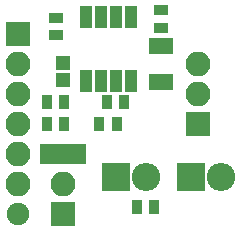
<source format=gbs>
G04 #@! TF.FileFunction,Soldermask,Bot*
%FSLAX46Y46*%
G04 Gerber Fmt 4.6, Leading zero omitted, Abs format (unit mm)*
G04 Created by KiCad (PCBNEW 4.0.6) date 08/27/17 18:35:28*
%MOMM*%
%LPD*%
G01*
G04 APERTURE LIST*
%ADD10C,0.100000*%
%ADD11R,2.100000X2.100000*%
%ADD12O,2.100000X2.100000*%
%ADD13O,2.398980X2.398980*%
%ADD14R,2.398980X2.398980*%
%ADD15R,2.000000X1.400000*%
%ADD16R,1.150000X1.200000*%
%ADD17R,0.900000X1.300000*%
%ADD18R,1.300000X0.900000*%
%ADD19R,1.000000X1.950000*%
%ADD20R,1.370000X1.670000*%
%ADD21C,1.900000*%
G04 APERTURE END LIST*
D10*
D11*
X133350000Y-87630000D03*
D12*
X133350000Y-90170000D03*
X133350000Y-92710000D03*
X133350000Y-95250000D03*
X133350000Y-97790000D03*
X133350000Y-100330000D03*
D13*
X150495000Y-99695000D03*
D14*
X147955000Y-99695000D03*
D15*
X145415000Y-88670000D03*
X145415000Y-91670000D03*
D16*
X137160000Y-90055000D03*
X137160000Y-91555000D03*
D13*
X144145000Y-99695000D03*
D14*
X141605000Y-99695000D03*
D11*
X148590000Y-95250000D03*
D12*
X148590000Y-92710000D03*
X148590000Y-90170000D03*
D11*
X137160000Y-102870000D03*
D12*
X137160000Y-100330000D03*
D17*
X144895000Y-102235000D03*
X143395000Y-102235000D03*
D18*
X136525000Y-86245000D03*
X136525000Y-87745000D03*
D17*
X135775000Y-93345000D03*
X137275000Y-93345000D03*
X135775000Y-95250000D03*
X137275000Y-95250000D03*
D18*
X145415000Y-85610000D03*
X145415000Y-87110000D03*
D17*
X140220000Y-95250000D03*
X141720000Y-95250000D03*
X140855000Y-93345000D03*
X142355000Y-93345000D03*
D19*
X139065000Y-86200000D03*
X140335000Y-86200000D03*
X141605000Y-86200000D03*
X142875000Y-86200000D03*
X142875000Y-91600000D03*
X141605000Y-91600000D03*
X140335000Y-91600000D03*
X139065000Y-91600000D03*
D20*
X135890000Y-97790000D03*
X137160000Y-97790000D03*
X138430000Y-97790000D03*
D21*
X133350000Y-102870000D03*
M02*

</source>
